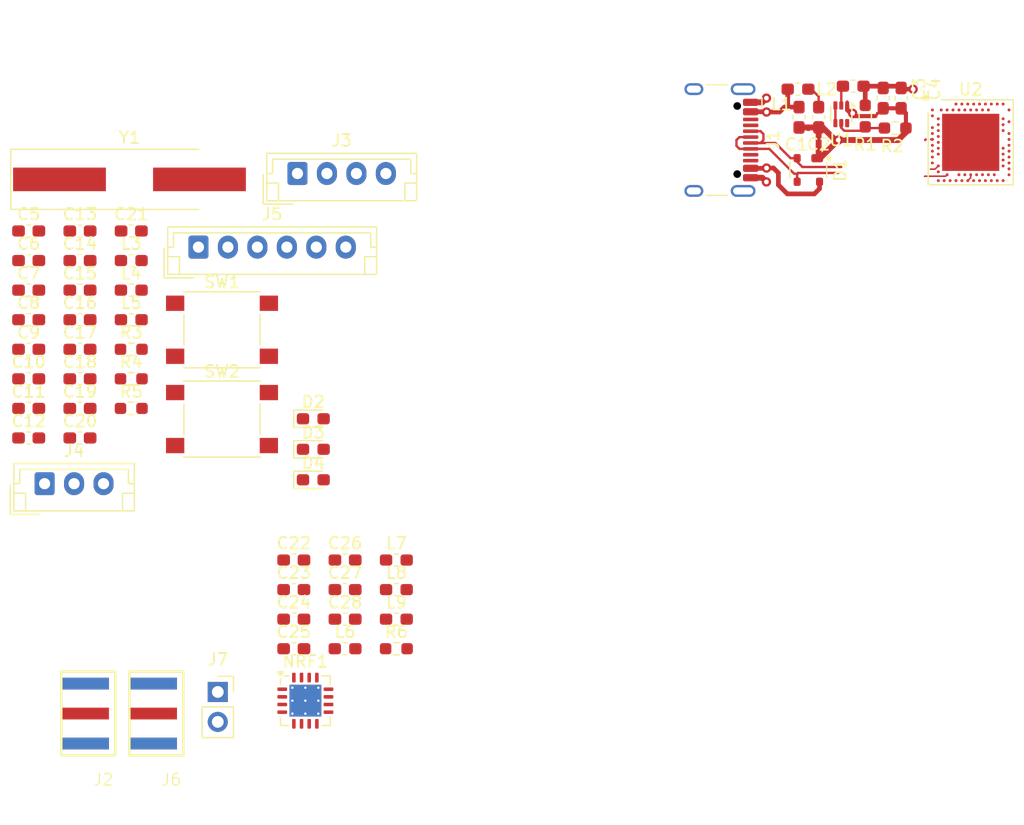
<source format=kicad_pcb>
(kicad_pcb (version 20221018) (generator pcbnew)
  (layers (0 "F.Cu" signal) (1 "In1.Cu" signal) (2 "In2.Cu" signal) (31 "B.Cu" signal) (34 "B.Paste" user) (35 "F.Paste" user) (36 "B.SilkS" user "B.Silkscreen") (37 "F.SilkS" user "F.Silkscreen") (38 "B.Mask" user) (39 "F.Mask" user) (44 "Edge.Cuts" user))
  (net 0 "")
  (net 1 "+5V")
  (net 2 "GND")
  (net 3 "Net-(U1-EN)")
  (net 4 "VCC")
  (net 5 "/MCU/DECUSB")
  (net 6 "Net-(U2-XC1)")
  (net 7 "Net-(U2-XC2)")
  (net 8 "/MCU/DEC")
  (net 9 "/MCU/DEC5")
  (net 10 "/MCU/DEC3")
  (net 11 "/MCU/DEC2")
  (net 12 "/MCU/DEC1")
  (net 13 "Net-(U2-ANT)")
  (net 14 "/MCU/ANT")
  (net 15 "Net-(C24-Pad2)")
  (net 16 "Net-(C25-Pad1)")
  (net 17 "/RF_FRONT_END/ANT_1")
  (net 18 "/RF_FRONT_END/ANT_2")
  (net 19 "Net-(NRF1-TRX)")
  (net 20 "/D_N")
  (net 21 "/D_P")
  (net 22 "Net-(D2-A)")
  (net 23 "Net-(D3-A)")
  (net 24 "Net-(D4-A)")
  (net 30 "/MCU/IO3")
  (net 31 "/MCU/IO2")
  (net 32 "/MCU/IO1")
  (net 33 "/MCU/SWO")
  (net 34 "/MCU/Reset")
  (net 35 "/MCU/SWDIO")
  (net 36 "/MCU/SWDCLK")
  (net 37 "Net-(U1-SW)")
  (net 38 "Net-(U2-DCC)")
  (net 39 "Net-(L4-Pad2)")
  (net 40 "Net-(NRF1-ANT_1)")
  (net 41 "Net-(NRF1-ANT_2)")
  (net 42 "Net-(NRF1-MODE)")
  (net 43 "/MCU/RX_EN")
  (net 44 "/MCU/PA_ANT_SEL")
  (net 45 "/MCU/TX_EN")
  (net 46 "/MCU/PA_PDN")
  (net 47 "/MCU/PA_SCK")
  (net 48 "/MCU/PA_SDO")
  (net 49 "/MCU/PA_SDI")
  (net 50 "/MCU/PA_CS")
  (net 51 "Net-(U1-FB)")
  (net 52 "/MCU/LED_R")
  (net 53 "/MCU/LED_G")
  (net 54 "/MCU/LED_B")
  (net 55 "/MCU/PA_MODE")
  (net 56 "/MCU/Boot")
  (net 76 "unconnected-(U2-P0.06-PadL1)")
  (footprint "LED_SMD:LED_0603_1608Metric_Pad1.05x0.95mm_HandSolder" (layer "F.Cu") (at -13.0375 54.14)
    (fp_text reference "D2")
    (fp_text value "LED")
  )
  (footprint "LED_SMD:LED_0603_1608Metric_Pad1.05x0.95mm_HandSolder" (layer "F.Cu") (at -13.0375 59.32)
    (fp_text reference "D4")
    (fp_text value "LED")
  )
  (footprint "Crystal:Crystal_SMD_HC49-SD_HandSoldering" (layer "F.Cu") (at -28.6325 33.82)
    (fp_text reference "Y1")
    (fp_text value "32Mhz")
  )
  (footprint "Resistor_SMD:R_0603_1608Metric_Pad0.98x0.95mm_HandSolder" (layer "F.Cu") (at -28.4825 48.24)
    (fp_text reference "R3")
    (fp_text value "330")
  )
  (footprint "Capacitor_SMD:C_0603_1608Metric_Pad1.08x0.95mm_HandSolder" (layer "F.Cu") (at -37.1825 50.75)
    (fp_text reference "C10")
    (fp_text value "NC")
  )
  (footprint "Inductor_SMD:L_0603_1608Metric_Pad1.05x0.95mm_HandSolder" (layer "F.Cu") (at -28.4825 40.71)
    (fp_text reference "L3")
    (fp_text value "4n7")
  )
  (footprint "Capacitor_SMD:C_0603_1608Metric_Pad1.08x0.95mm_HandSolder" (layer "F.Cu") (at -37.1825 55.77)
    (fp_text reference "C12")
    (fp_text value "NC")
  )
  (footprint "Inductor_SMD:L_0603_1608Metric_Pad1.05x0.95mm_HandSolder" (layer "F.Cu") (at 28.081 26.162)
    (fp_text reference "L1")
    (fp_text value "L")
  )
  (footprint "Button_Switch_SMD:SW_Push_1P1T_NO_6x6mm_H9.5mm" (layer "F.Cu") (at -20.7825 54.165)
    (fp_text reference "SW2")
    (fp_text value "Reset")
  )
  (footprint "Package_DFN_QFN:Nordic_AQFN-73-1EP_7x7mm_P0.5mm" (layer "F.Cu") (at 42.7295 30.6765)
    (fp_text reference "U2")
    (fp_text value "nRF52840")
  )
  (footprint "Capacitor_SMD:C_0603_1608Metric_Pad1.08x0.95mm_HandSolder" (layer "F.Cu") (at -37.1825 38.2)
    (fp_text reference "C5")
    (fp_text value "4u7")
  )
  (footprint "Inductor_SMD:L_0603_1608Metric_Pad1.05x0.95mm_HandSolder" (layer "F.Cu") (at -5.9925 71.15)
    (fp_text reference "L9")
    (fp_text value "L")
  )
  (footprint "Capacitor_SMD:C_0603_1608Metric_Pad1.08x0.95mm_HandSolder" (layer "F.Cu") (at -32.8325 50.75)
    (fp_text reference "C18")
    (fp_text value "4u7")
  )
  (footprint "Inductor_SMD:L_0603_1608Metric_Pad1.05x0.95mm_HandSolder" (layer "F.Cu") (at -5.9925 68.64)
    (fp_text reference "L8")
    (fp_text value "3n")
  )
  (footprint "Conn:SMA_EDGE" (layer "F.Cu") (at -30.8515 83.225)
    (fp_text reference "J2")
    (fp_text value "Conn_01x05")
  )
  (footprint "Capacitor_SMD:C_0603_1608Metric_Pad1.08x0.95mm_HandSolder" (layer "F.Cu") (at 29.831 28.5485 -90)
    (fp_text reference "C2")
    (fp_text value "4u7" hide)
  )
  (footprint "Capacitor_SMD:C_0603_1608Metric_Pad1.08x0.95mm_HandSolder" (layer "F.Cu") (at -10.3425 68.64)
    (fp_text reference "C27")
    (fp_text value "C")
  )
  (footprint "Capacitor_SMD:C_0603_1608Metric_Pad1.08x0.95mm_HandSolder" (layer "F.Cu") (at -32.8325 55.77)
    (fp_text reference "C20")
    (fp_text value "C")
  )
  (footprint "Capacitor_SMD:C_0603_1608Metric_Pad1.08x0.95mm_HandSolder" (layer "F.Cu") (at -28.4825 38.2)
    (fp_text reference "C21")
    (fp_text value "C")
  )
  (footprint "Resistor_SMD:R_0603_1608Metric_Pad0.98x0.95mm_HandSolder" (layer "F.Cu") (at 33.782 28.448 -90)
    (fp_text reference "R1")
    (fp_text value "200K" hide)
  )
  (footprint "Resistor_SMD:R_0603_1608Metric_Pad0.98x0.95mm_HandSolder" (layer "F.Cu") (at -28.4825 53.26)
    (fp_text reference "R5")
    (fp_text value "330")
  )
  (footprint "Capacitor_SMD:C_0603_1608Metric_Pad1.08x0.95mm_HandSolder" (layer "F.Cu") (at -37.1825 43.22)
    (fp_text reference "C7")
    (fp_text value "12pF")
  )
  (footprint "Package_TO_SOT_SMD:SOT-563" (layer "F.Cu") (at 31.75 28.295 -90)
    (fp_text reference "U1")
    (fp_text value "~")
  )
  (footprint "LED_SMD:LED_0603_1608Metric_Pad1.05x0.95mm_HandSolder" (layer "F.Cu") (at -13.0375 56.73)
    (fp_text reference "D3")
    (fp_text value "LED")
  )
  (footprint "Resistor_SMD:R_0603_1608Metric_Pad0.98x0.95mm_HandSolder" (layer "F.Cu") (at -28.4825 50.75)
    (fp_text reference "R4")
    (fp_text value "330")
  )
  (footprint "Capacitor_SMD:C_0603_1608Metric_Pad1.08x0.95mm_HandSolder" (layer "F.Cu") (at -32.8325 45.73)
    (fp_text reference "C16")
    (fp_text value "4u7")
  )
  (footprint "Capacitor_SMD:C_0603_1608Metric_Pad1.08x0.95mm_HandSolder" (layer "F.Cu") (at -14.6925 68.64)
    (fp_text reference "C23")
    (fp_text value "10uF")
  )
  (footprint "Capacitor_SMD:C_0603_1608Metric_Pad1.08x0.95mm_HandSolder" (layer "F.Cu") (at -32.8325 53.26)
    (fp_text reference "C19")
    (fp_text value "4u7")
  )
  (footprint "Capacitor_SMD:C_0603_1608Metric_Pad1.08x0.95mm_HandSolder" (layer "F.Cu") (at -37.1825 40.71)
    (fp_text reference "C6")
    (fp_text value "12pF")
  )
  (footprint "Capacitor_SMD:C_0603_1608Metric_Pad1.08x0.95mm_HandSolder" (layer "F.Cu") (at -37.1825 53.26)
    (fp_text reference "C11")
    (fp_text value "100pF")
  )
  (footprint "Capacitor_SMD:C_0603_1608Metric_Pad1.08x0.95mm_HandSolder" (layer "F.Cu") (at -32.8325 43.22)
    (fp_text reference "C15")
    (fp_text value "4u7")
  )
  (footprint "Resistor_SMD:R_0603_1608Metric_Pad0.98x0.95mm_HandSolder" (layer "F.Cu") (at -5.9925 73.66)
    (fp_text reference "R6")
    (fp_text value "33K")
  )
  (footprint "Connector_JST:JST_EH_B3B-EH-A_1x03_P2.50mm_Vertical" (layer "F.Cu") (at -35.8325 59.65)
    (fp_text reference "J4")
    (fp_text value "Conn_01x03")
  )
  (footprint "Capacitor_SMD:C_0603_1608Metric_Pad1.08x0.95mm_HandSolder" (layer "F.Cu") (at -10.3425 66.13)
    (fp_text reference "C26")
    (fp_text value "1p")
  )
  (footprint "Capacitor_SMD:C_0603_1608Metric_Pad1.08x0.95mm_HandSolder" (layer "F.Cu") (at 35.306 26.924 -90)
    (fp_text reference "C3")
    (fp_text value "22u" hide)
  )
  (footprint "Capacitor_SMD:C_0603_1608Metric_Pad1.08x0.95mm_HandSolder" (layer "F.Cu") (at 36.83 26.924 -90)
    (fp_text reference "C4")
    (fp_text value "100n" hide)
  )
  (footprint "Connector_PinSocket_2.54mm:PinSocket_1x02_P2.54mm_Vertical" (layer "F.Cu") (at -21.1425 77.33)
    (fp_text reference "J7")
    (fp_text value "Conn_01x02_Pin")
  )
  (footprint "Inductor_SMD:L_0603_1608Metric_Pad1.05x0.95mm_HandSolder" (layer "F.Cu") (at -28.4825 45.73)
    (fp_text reference "L5")
    (fp_text value "15nH")
  )
  (footprint "Inductor_SMD:L_0603_1608Metric_Pad1.05x0.95mm_HandSolder" (layer "F.Cu") (at -10.3425 73.66)
    (fp_text reference "L6")
    (fp_text value "1.9n")
  )
  (footprint "Capacitor_SMD:C_0603_1608Metric_Pad1.08x0.95mm_HandSolder" (layer "F.Cu") (at -14.6925 73.66)
    (fp_text reference "C25")
    (fp_text value "2p")
  )
  (footprint "Inductor_SMD:L_0603_1608Metric_Pad1.05x0.95mm_HandSolder" (layer "F.Cu") (at -28.4825 43.22)
    (fp_text reference "L4")
    (fp_text value "10u")
  )
  (footprint "Package_DFN_QFN:QFN-16-1EP_4x4mm_P0.65mm_EP2.7x2.7mm_ThermalVias" (layer "F.Cu") (at -13.7125 78.07)
    (fp_text reference "NRF1")
    (fp_text value "~")
  )
  (footprint "Capacitor_SMD:C_0603_1608Metric_Pad1.08x0.95mm_HandSolder" (layer "F.Cu") (at -32.8325 48.24)
    (fp_text reference "C17")
    (fp_text value "4u7")
  )
  (footprint "Inductor_SMD:L_0603_1608Metric_Pad1.05x0.95mm_HandSolder" (layer "F.Cu") (at 32.766 25.908)
    (fp_text reference "L2")
    (fp_text value "1u" hide)
  )
  (footprint "Connector_USB:USB_C_Receptacle_HCTL_HC-TYPE-C-16P-01A" (layer "F.Cu") (at 20.32 30.48 -90)
    (fp_text reference "J1")
    (fp_text value "USB_C_Receptacle_USB2.0_16P")
  )
  (footprint "Capacitor_SMD:C_0603_1608Metric_Pad1.08x0.95mm_HandSolder" (layer "F.Cu") (at -14.6925 66.13)
    (fp_text reference "C22")
    (fp_text value "100nF")
  )
  (footprint "Resistor_SMD:R_0603_1608Metric_Pad0.98x0.95mm_HandSolder" (layer "F.Cu") (at 36.322 29.464)
    (fp_text reference "R2")
    (fp_text value "47K" hide)
  )
  (footprint "Inductor_SMD:L_0603_1608Metric_Pad1.05x0.95mm_HandSolder" (layer "F.Cu") (at -5.9925 66.13)
    (fp_text reference "L7")
    (fp_text value "1.9n")
  )
  (footprint "Capacitor_SMD:C_0603_1608Metric_Pad1.08x0.95mm_HandSolder" (layer "F.Cu") (at -32.8325 38.2)
    (fp_text reference "C13")
    (fp_text value "100nF")
  )
  (footprint "Connector_JST:JST_EH_B6B-EH-A_1x06_P2.50mm_Vertical" (layer "F.Cu") (at -22.7825 39.57)
    (fp_text reference "J5")
    (fp_text value "Conn_01x06")
  )
  (footprint "Capacitor_SMD:C_0603_1608Metric_Pad1.08x0.95mm_HandSolder" (layer "F.Cu") (at -10.3425 71.15)
    (fp_text reference "C28")
    (fp_text value "1p")
  )
  (footprint "Button_Switch_SMD:SW_Push_1P1T_NO_6x6mm_H9.5mm" (layer "F.Cu") (at -20.7825 46.585)
    (fp_text reference "SW1")
    (fp_text value "Boot")
  )
  (footprint "Capacitor_SMD:C_0603_1608Metric_Pad1.08x0.95mm_HandSolder" (layer "F.Cu") (at -32.8325 40.71)
    (fp_text reference "C14")
    (fp_text value "4u7")
  )
  (footprint "Capacitor_SMD:C_0603_1608Metric_Pad1.08x0.95mm_HandSolder" (layer "F.Cu") (at 28.166 28.5485 -90)
    (fp_text reference "C1")
    (fp_text value "10n" hide)
  )
  (footprint "Capacitor_SMD:C_0603_1608Metric_Pad1.08x0.95mm_HandSolder" (layer "F.Cu") (at -37.1825 45.73)
    (fp_text reference "C8")
    (fp_text value "47nF")
  )
  (footprint "Capacitor_SMD:C_0603_1608Metric_Pad1.08x0.95mm_HandSolder" (layer "F.Cu") (at -14.6925 71.15)
    (fp_text reference "C24")
    (fp_text value "2p")
  )
  (footprint "Conn:SMA_EDGE" (layer "F.Cu") (at -25.0795 83.225)
    (fp_text reference "J6")
    (fp_text value "Conn_01x05")
  )
  (footprint "Connector_JST:JST_EH_B4B-EH-A_1x04_P2.50mm_Vertical" (layer "F.Cu") (at -14.3825 33.32)
    (fp_text reference "J3")
    (fp_text value "Conn_01x04")
  )
  (footprint "Package_TO_SOT_SMD:SOT-143" (layer "F.Cu") (at 28.956 33.02 -90)
    (fp_text reference "D1")
    (fp_text value "PRTR5V0U2X" hide)
  )
  (footprint "Capacitor_SMD:C_0603_1608Metric_Pad1.08x0.95mm_HandSolder" (layer "F.Cu") (at -37.1825 48.24)
    (fp_text reference "C9")
    (fp_text value "1uF")
  )
  (segment (start 25.999739 32.857739) (end 25.409906 32.857739) (width 0.4) (layer "F.Cu") (net 1))
  (segment (start 27.206 26.162) (end 27.206 27.658) (width 0.4) (layer "F.Cu") (net 1))
  (segment (start 26.924 27.686) (end 27.178 27.686) (width 0.4) (layer "F.Cu") (net 1))
  (segment (start 25.387645 32.88) (end 25.409906 32.857739) (width 0.4) (layer "F.Cu") (net 1))
  (segment (start 27.206 27.658) (end 27.178 27.686) (width 0.4) (layer "F.Cu") (net 1))
  (segment (start 25.387645 28.08) (end 24.065 28.08) (width 0.4) (layer "F.Cu") (net 1))
  (segment (start 25.409906 28.102261) (end 26.507739 28.102261) (width 0.4) (layer "F.Cu") (net 1))
  (segment (start 25.409906 28.102261) (end 25.387645 28.08) (width 0.4) (layer "F.Cu") (net 1))
  (segment (start 29.906 34.61) (end 29.464 35.052) (width 0.4) (layer "F.Cu") (net 1))
  (segment (start 26.416 34.29) (end 26.416 33.274) (width 0.4) (layer "F.Cu") (net 1))
  (segment (start 27.178 27.686) (end 28.166 27.686) (width 0.4) (layer "F.Cu") (net 1))
  (segment (start 26.507739 28.102261) (end 26.924 27.686) (width 0.4) (layer "F.Cu") (net 1))
  (segment (start 29.906 34.036) (end 29.906 34.61) (width 0.4) (layer "F.Cu") (net 1))
  (segment (start 27.178 35.052) (end 26.416 34.29) (width 0.4) (layer "F.Cu") (net 1))
  (segment (start 29.464 35.052) (end 27.178 35.052) (width 0.4) (layer "F.Cu") (net 1))
  (segment (start 26.416 33.274) (end 25.999739 32.857739) (width 0.4) (layer "F.Cu") (net 1))
  (segment (start 24.065 32.88) (end 25.387645 32.88) (width 0.4) (layer "F.Cu") (net 1))
  (via micro (at 25.409906 32.857739) (size 0.8) (drill 0.4) (layers "F.Cu" "In2.Cu") (net 1))
  (via micro (at 25.409906 28.102261) (size 0.8) (drill 0.4) (layers "F.Cu" "In2.Cu") (net 1))
  (segment (start 31.496 30.48) (end 29.956 32.02) (width 0.5) (layer "F.Cu") (net 2))
  (segment (start 37.2345 29.8215) (end 37.2345 29.464) (width 0.5) (layer "F.Cu") (net 2))
  (segment (start 35.306 27.7865) (end 36.83 27.7865) (width 0.35) (layer "F.Cu") (net 2))
  (segment (start 37.2345 29.464) (end 37.2345 28.191) (width 0.35) (layer "F.Cu") (net 2))
  (segment (start 31.242 30.48) (end 36.576 30.48) (width 0.5) (layer "F.Cu") (net 2))
  (segment (start 34.798 28.194) (end 34.8985 28.194) (width 0.2) (layer "F.Cu") (net 2))
  (segment (start 32.25 27.744329) (end 32.717218 28.211547) (width 0.2) (layer "F.Cu") (net 2))
  (segment (start 29.009 29.411) (end 29.831 29.411) (width 0.5) (layer "F.Cu") (net 2))
  (segment (start 36.576 30.48) (end 37.2345 29.8215) (width 0.5) (layer "F.Cu") (net 2))
  (segment (start 32.766 28.448) (end 34.6445 28.448) (width 0.35) (layer "F.Cu") (net 2))
  (segment (start 32.25 27.932) (end 32.766 28.448) (width 0.35) (layer "F.Cu") (net 2))
  (segment (start 34.8985 28.194) (end 35.306 27.7865) (width 0.2) (layer "F.Cu") (net 2))
  (segment (start 30.173 29.411) (end 31.242 30.48) (width 0.5) (layer "F.Cu") (net 2))
  (segment (start 32.25 27.545) (end 32.25 27.932) (width 0.35) (layer "F.Cu") (net 2))
  (segment (start 24.065 27.28) (end 25.044 27.28) (width 0.5) (layer "F.Cu") (net 2))
  (segment (start 29.831 29.411) (end 30.173 29.411) (width 0.5) (layer "F.Cu") (net 2))
  (segment (start 28.956 29.464) (end 29.009 29.411) (width 0.5) (layer "F.Cu") (net 2))
  (segment (start 32.717218 28.211547) (end 32.717218 28.012218) (width 0.2) (layer "F.Cu") (net 2))
  (segment (start 29.831 31.895) (end 29.706 32.02) (width 0.5) (layer "F.Cu") (net 2))
  (segment (start 29.956 32.02) (end 29.706 32.02) (width 0.5) (layer "F.Cu") (net 2))
  (segment (start 37.2345 28.191) (end 36.83 27.7865) (width 0.35) (layer "F.Cu") (net 2))
  (segment (start 32.25 27.210496) (end 32.25 27.744329) (width 0.2) (layer "F.Cu") (net 2))
  (segment (start 34.6445 28.448) (end 34.798 28.2945) (width 0.2) (layer "F.Cu") (net 2))
  (segment (start 34.798 28.2945) (end 34.798 28.194) (width 0.2) (layer "F.Cu") (net 2))
  (segment (start 25.044 33.68) (end 25.4 34.036) (width 0.5) (layer "F.Cu") (net 2))
  (segment (start 28.166 29.411) (end 28.903 29.411) (width 0.5) (layer "F.Cu") (net 2))
  (segment (start 28.903 29.411) (end 28.956 29.464) (width 0.5) (layer "F.Cu") (net 2))
  (segment (start 25.044 27.28) (end 25.4 26.924) (width 0.5) (layer "F.Cu") (net 2))
  (segment (start 29.831 29.411) (end 29.831 31.895) (width 0.5) (layer "F.Cu") (net 2))
  (segment (start 24.065 33.68) (end 25.044 33.68) (width 0.5) (layer "F.Cu") (net 2))
  (via micro (at 25.4 26.924) (size 0.8) (drill 0.4) (layers "F.Cu" "In1.Cu") (net 2))
  (via micro (at 31.496 30.48) (size 0.8) (drill 0.4) (layers "F.Cu" "In1.Cu") (net 2))
  (via micro (at 32.717218 28.211547) (size 0.8) (drill 0.4) (layers "F.Cu" "In1.Cu") (net 2))
  (via micro (at 25.4 34.036) (size 0.8) (drill 0.4) (layers "F.Cu" "In1.Cu") (net 2))
  (segment (start 31.25 29.198) (end 31.25 27.698) (width 0.2) (layer "F.Cu") (net 3))
  (segment (start 28.956 26.162) (end 29.21 26.162) (width 0.2) (layer "F.Cu") (net 3))
  (segment (start 31.238 27.686) (end 31.25 27.698) (width 0.25) (layer "F.Cu") (net 3))
  (segment (start 29.21 26.162) (end 29.831 26.783) (width 0.2) (layer "F.Cu") (net 3))
  (segment (start 29.831 26.783) (end 29.831 27.686) (width 0.2) (layer "F.Cu") (net 3))
  (segment (start 33.641 25.908) (end 36.6765 25.908) (width 0.4) (layer "F.Cu") (net 4))
  (segment (start 33.782 26.049) (end 33.641 25.908) (width 0.4) (layer "F.Cu") (net 4))
  (segment (start 36.6765 25.908) (end 36.83 26.0615) (width 0.4) (layer "F.Cu") (net 4))
  (segment (start 36.9305 26.162) (end 36.83 26.0615) (width 0.4) (layer "F.Cu") (net 4))
  (segment (start 33.782 27.5355) (end 33.782 26.049) (width 0.4) (layer "F.Cu") (net 4))
  (segment (start 39.706 32.95) (end 39.31 32.95) (width 0.127) (layer "F.Cu") (net 4))
  (segment (start 37.846 26.162) (end 36.9305 26.162) (width 0.4) (layer "F.Cu") (net 4))
  (segment (start 39.9795 32.6765) (end 39.706 32.95) (width 0.127) (layer "F.Cu") (net 4))
  (via micro (at 37.846 26.162) (size 0.8) (drill 0.4) (layers "F.Cu" "In2.Cu") (net 4))
  (segment (start 40.7295 33.4265) (end 40.6045 33.5515) (width 0.127) (layer "F.Cu") (net 5))
  (segment (start 38.8285 33.5515) (end 38.81 33.57) (width 0.127) (layer "F.Cu") (net 5))
  (segment (start 40.6045 33.5515) (end 38.86 33.5515) (width 0.127) (layer "F.Cu") (net 5))
  (segment (start 24.904 29.73) (end 24.065 29.73) (width 0.2) (layer "F.Cu") (net 20))
  (segment (start 25.146 29.972) (end 24.904 29.73) (width 0.2) (layer "F.Cu") (net 20))
  (segment (start 24.896 30.73) (end 25.146 30.48) (width 0.2) (layer "F.Cu") (net 20))
  (segment (start 28.006 32.324) (end 28.448 32.766) (width 0.2) (layer "F.Cu") (net 20))
  (segment (start 26.158 30.73) (end 27.448 32.02) (width 0.2) (layer "F.Cu") (net 20))
  (segment (start 24.065 30.73) (end 26.158 30.73) (width 0.2) (layer "F.Cu") (net 20))
  (segment (start 28.448 32.766) (end 31.75 32.766) (width 0.2) (layer "F.Cu") (net 20))
  (segment (start 25.146 30.48) (end 25.146 29.972) (width 0.2) (layer "F.Cu") (net 20))
  (segment (start 28.006 32.02) (end 28.006 32.324) (width 0.2) (layer "F.Cu") (net 20))
  (segment (start 24.065 30.73) (end 24.896 30.73) (width 0.2) (layer "F.Cu") (net 20))
  (segment (start 27.448 32.02) (end 28.006 32.02) (width 0.2) (layer "F.Cu") (net 20))
  (segment (start 28.006 33.34) (end 28.006 34.036) (width 0.2) (layer "F.Cu") (net 21))
  (segment (start 22.86 30.976) (end 23.114 31.23) (width 0.2) (layer "F.Cu") (net 21))
  (segment (start 25.642 31.23) (end 27.752 33.34) (width 0.2) (layer "F.Cu") (net 21))
  (segment (start 28.006 33.34) (end 28.072 33.274) (width 0.2) (layer "F.Cu") (net 21))
  (segment (start 24.065 31.23) (end 25.642 31.23) (width 0.2) (layer "F.Cu") (net 21))
  (segment (start 23.11 30.23) (end 22.86 30.48) (width 0.2) (layer "F.Cu") (net 21))
  (segment (start 28.006 34.02) (end 28.006 33.34) (width 0.2) (layer "F.Cu") (net 21))
  (segment (start 28.072 33.274) (end 31.496 33.274) (width 0.2) (layer "F.Cu") (net 21))
  (segment (start 24.065 30.23) (end 23.11 30.23) (width 0.2) (layer "F.Cu") (net 21))
  (segment (start 23.114 31.23) (end 24.065 31.23) (width 0.2) (layer "F.Cu") (net 21))
  (segment (start 27.752 33.34) (end 28.006 33.34) (width 0.2) (layer "F.Cu") (net 21))
  (segment (start 22.86 30.48) (end 22.86 30.976) (width 0.2) (layer "F.Cu") (net 21))
  (segment (start 42.7295 33.4265) (end 42.7295 33.6765) (width 0.127) (layer "F.Cu") (net 34))
  (segment (start 42.7295 33.6765) (end 42.4795 33.9265) (width 0.127) (layer "F.Cu") (net 34))
  (segment (start 31.75 27.698) (end 31.75 26.049) (width 0.2) (layer "F.Cu") (net 37))
  (segment (start 31.75 26.049) (end 31.891 25.908) (width 0.2) (layer "F.Cu") (net 37))
  (segment (start 31.75 29.441828) (end 31.75 29.198) (width 0.2) (layer "F.Cu") (net 51))
  (segment (start 35.4095 29.464) (end 33.8855 29.464) (width 0.2) (layer "F.Cu") (net 51))
  (segment (start 33.8855 29.464) (end 33.782 29.3605) (width 0.2) (layer "F.Cu") (net 51))
  (segment (start 33.551 29.695) (end 32.003172 29.695) (width 0.2) (layer "F.Cu") (net 51))
  (segment (start 32.003172 29.695) (end 31.75 29.441828) (width 0.2) (layer "F.Cu") (net 51))
  (segment (start 33.782 29.3605) (end 33.782 29.464) (width 0.2) (layer "F.Cu") (net 51))
  (segment (start 33.782 29.464) (end 33.551 29.695) (width 0.2) (layer "F.Cu") (net 51))
  (segment (start 39.4795 30.4265) (end 39.37 30.4265) (width 0.2) (layer "F.Cu") (net 76))
  (segment (start 38.9155 30.4265) (end 38.862 30.48) (width 0.2) (layer "F.Cu") (net 76))
)
</source>
